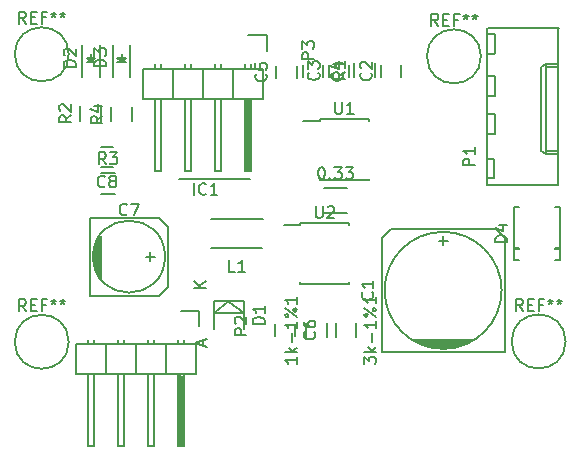
<source format=gbr>
G04 #@! TF.FileFunction,Legend,Top*
%FSLAX46Y46*%
G04 Gerber Fmt 4.6, Leading zero omitted, Abs format (unit mm)*
G04 Created by KiCad (PCBNEW 4.0.2-stable) date 7/4/2016 11:44:18 PM*
%MOMM*%
G01*
G04 APERTURE LIST*
%ADD10C,0.100000*%
%ADD11C,0.150000*%
G04 APERTURE END LIST*
D10*
D11*
X167386000Y-73152000D02*
G75*
G03X167386000Y-73152000I-2286000J0D01*
G01*
X174553880Y-97289620D02*
G75*
G03X174553880Y-97289620I-2286000J0D01*
G01*
X132486400Y-97320100D02*
G75*
G03X132486400Y-97320100I-2286000J0D01*
G01*
X146268400Y-76749300D02*
X141818400Y-76749300D01*
X147793400Y-83499300D02*
X141818400Y-83499300D01*
X149251000Y-71356700D02*
X147701000Y-71356700D01*
X149251000Y-72656700D02*
X149251000Y-71356700D01*
X147828000Y-76847700D02*
X147828000Y-82689700D01*
X147828000Y-82689700D02*
X147574000Y-82689700D01*
X147574000Y-82689700D02*
X147574000Y-76847700D01*
X147574000Y-76847700D02*
X147701000Y-76847700D01*
X147701000Y-76847700D02*
X147701000Y-82689700D01*
X147955000Y-74180700D02*
X147955000Y-73799700D01*
X147447000Y-74180700D02*
X147447000Y-73799700D01*
X145415000Y-74180700D02*
X145415000Y-73799700D01*
X144907000Y-74180700D02*
X144907000Y-73799700D01*
X142875000Y-74180700D02*
X142875000Y-73799700D01*
X142367000Y-74180700D02*
X142367000Y-73799700D01*
X139827000Y-74180700D02*
X139827000Y-73799700D01*
X140335000Y-74180700D02*
X140335000Y-73799700D01*
X148971000Y-74180700D02*
X148971000Y-76720700D01*
X146431000Y-74180700D02*
X146431000Y-76720700D01*
X146431000Y-74180700D02*
X143891000Y-74180700D01*
X143891000Y-74180700D02*
X143891000Y-76720700D01*
X145415000Y-76720700D02*
X145415000Y-82816700D01*
X145415000Y-82816700D02*
X144907000Y-82816700D01*
X144907000Y-82816700D02*
X144907000Y-76720700D01*
X143891000Y-76720700D02*
X146431000Y-76720700D01*
X146431000Y-76720700D02*
X148971000Y-76720700D01*
X147447000Y-82816700D02*
X147447000Y-76720700D01*
X147955000Y-82816700D02*
X147447000Y-82816700D01*
X147955000Y-76720700D02*
X147955000Y-82816700D01*
X146431000Y-74180700D02*
X146431000Y-76720700D01*
X148971000Y-74180700D02*
X146431000Y-74180700D01*
X141351000Y-74180700D02*
X141351000Y-76720700D01*
X141351000Y-74180700D02*
X138811000Y-74180700D01*
X138811000Y-74180700D02*
X138811000Y-76720700D01*
X140335000Y-76720700D02*
X140335000Y-82816700D01*
X140335000Y-82816700D02*
X139827000Y-82816700D01*
X139827000Y-82816700D02*
X139827000Y-76720700D01*
X138811000Y-76720700D02*
X141351000Y-76720700D01*
X141351000Y-76720700D02*
X143891000Y-76720700D01*
X142367000Y-82816700D02*
X142367000Y-76720700D01*
X142875000Y-82816700D02*
X142367000Y-82816700D01*
X142875000Y-76720700D02*
X142875000Y-82816700D01*
X141351000Y-74180700D02*
X141351000Y-76720700D01*
X143891000Y-74180700D02*
X141351000Y-74180700D01*
X143891000Y-74180700D02*
X143891000Y-76720700D01*
X154316400Y-95754900D02*
X154316400Y-96954900D01*
X152566400Y-96954900D02*
X152566400Y-95754900D01*
X155081000Y-96929500D02*
X155081000Y-95729500D01*
X156831000Y-95729500D02*
X156831000Y-96929500D01*
X165201600Y-97790000D02*
X163169600Y-97790000D01*
X162788600Y-97663000D02*
X165709600Y-97663000D01*
X165963600Y-97536000D02*
X162407600Y-97536000D01*
X162026600Y-97409000D02*
X166344600Y-97409000D01*
X166598600Y-97282000D02*
X161772600Y-97282000D01*
X161645600Y-97155000D02*
X166725600Y-97155000D01*
X158978600Y-98171000D02*
X169392600Y-98171000D01*
X169392600Y-98171000D02*
X169392600Y-88519000D01*
X169392600Y-88519000D02*
X168630600Y-87757000D01*
X168630600Y-87757000D02*
X159740600Y-87757000D01*
X159740600Y-87757000D02*
X158978600Y-88519000D01*
X158978600Y-88519000D02*
X158978600Y-98171000D01*
X164185600Y-88392000D02*
X164185600Y-89154000D01*
X163804600Y-88773000D02*
X164566600Y-88773000D01*
X169138600Y-92964000D02*
G75*
G03X169138600Y-92964000I-4953000J0D01*
G01*
X158941400Y-73883900D02*
X158941400Y-74883900D01*
X160641400Y-74883900D02*
X160641400Y-73883900D01*
X154521800Y-73863900D02*
X154521800Y-74863900D01*
X156221800Y-74863900D02*
X156221800Y-73863900D01*
X153986600Y-74914700D02*
X153986600Y-73914700D01*
X152286600Y-73914700D02*
X152286600Y-74914700D01*
X150076800Y-73980100D02*
X150076800Y-74980100D01*
X151776800Y-74980100D02*
X151776800Y-73980100D01*
X151675200Y-96804100D02*
X151675200Y-95804100D01*
X149975200Y-95804100D02*
X149975200Y-96804100D01*
X134670800Y-89344500D02*
X134670800Y-90868500D01*
X134797800Y-91249500D02*
X134797800Y-88963500D01*
X134924800Y-88709500D02*
X134924800Y-91503500D01*
X135051800Y-91757500D02*
X135051800Y-88455500D01*
X135178800Y-88328500D02*
X135178800Y-91884500D01*
X134289800Y-86804500D02*
X134289800Y-93408500D01*
X134289800Y-93408500D02*
X140131800Y-93408500D01*
X140131800Y-93408500D02*
X140893800Y-92646500D01*
X140893800Y-92646500D02*
X140893800Y-87566500D01*
X140893800Y-87566500D02*
X140131800Y-86804500D01*
X140131800Y-86804500D02*
X134289800Y-86804500D01*
X139750800Y-90106500D02*
X138988800Y-90106500D01*
X139369800Y-89725500D02*
X139369800Y-90487500D01*
X140639800Y-90106500D02*
G75*
G03X140639800Y-90106500I-3048000J0D01*
G01*
X135212200Y-82549100D02*
X136212200Y-82549100D01*
X136212200Y-80849100D02*
X135212200Y-80849100D01*
X146075400Y-93908880D02*
X147325080Y-94858840D01*
X147325080Y-94858840D02*
X144825720Y-94858840D01*
X144825720Y-94858840D02*
X146075400Y-93860620D01*
X147325080Y-93860620D02*
X144825720Y-93860620D01*
X147325080Y-96159320D02*
X147325080Y-96258380D01*
X144825720Y-96159320D02*
X144825720Y-96258380D01*
X147325080Y-93860620D02*
X147325080Y-96210120D01*
X144825720Y-93860620D02*
X144825720Y-96108520D01*
X135116000Y-74891700D02*
X135116000Y-72191700D01*
X133616000Y-74891700D02*
X133616000Y-72191700D01*
X134516000Y-73391700D02*
X134266000Y-73391700D01*
X134266000Y-73391700D02*
X134416000Y-73541700D01*
X134016000Y-73641700D02*
X134716000Y-73641700D01*
X134366000Y-73291700D02*
X134366000Y-72941700D01*
X134366000Y-73641700D02*
X134016000Y-73291700D01*
X134016000Y-73291700D02*
X134716000Y-73291700D01*
X134716000Y-73291700D02*
X134366000Y-73641700D01*
X137706800Y-74866300D02*
X137706800Y-72166300D01*
X136206800Y-74866300D02*
X136206800Y-72166300D01*
X137106800Y-73366300D02*
X136856800Y-73366300D01*
X136856800Y-73366300D02*
X137006800Y-73516300D01*
X136606800Y-73616300D02*
X137306800Y-73616300D01*
X136956800Y-73266300D02*
X136956800Y-72916300D01*
X136956800Y-73616300D02*
X136606800Y-73266300D01*
X136606800Y-73266300D02*
X137306800Y-73266300D01*
X137306800Y-73266300D02*
X136956800Y-73616300D01*
X170185800Y-90388000D02*
X170585800Y-90388000D01*
X174085800Y-90388000D02*
X173685800Y-90388000D01*
X174085800Y-85888000D02*
X173685800Y-85888000D01*
X170185800Y-85888000D02*
X170585800Y-85888000D01*
X174085800Y-89488000D02*
X173685800Y-89488000D01*
X173685800Y-89488000D02*
X173685800Y-89338000D01*
X173685800Y-89338000D02*
X174085800Y-89338000D01*
X170185800Y-89488000D02*
X170585800Y-89488000D01*
X170585800Y-89488000D02*
X170585800Y-89338000D01*
X170585800Y-89338000D02*
X170185800Y-89338000D01*
X170185800Y-90388000D02*
X170185800Y-85888000D01*
X174085800Y-85888000D02*
X174085800Y-90388000D01*
X144536160Y-86951820D02*
X148935440Y-86951820D01*
X144536160Y-89349580D02*
X148836380Y-89349580D01*
X143536000Y-94699300D02*
X141986000Y-94699300D01*
X143536000Y-95999300D02*
X143536000Y-94699300D01*
X142113000Y-100190300D02*
X142113000Y-106032300D01*
X142113000Y-106032300D02*
X141859000Y-106032300D01*
X141859000Y-106032300D02*
X141859000Y-100190300D01*
X141859000Y-100190300D02*
X141986000Y-100190300D01*
X141986000Y-100190300D02*
X141986000Y-106032300D01*
X142240000Y-97523300D02*
X142240000Y-97142300D01*
X141732000Y-97523300D02*
X141732000Y-97142300D01*
X139700000Y-97523300D02*
X139700000Y-97142300D01*
X139192000Y-97523300D02*
X139192000Y-97142300D01*
X137160000Y-97523300D02*
X137160000Y-97142300D01*
X136652000Y-97523300D02*
X136652000Y-97142300D01*
X134112000Y-97523300D02*
X134112000Y-97142300D01*
X134620000Y-97523300D02*
X134620000Y-97142300D01*
X143256000Y-97523300D02*
X143256000Y-100063300D01*
X140716000Y-97523300D02*
X140716000Y-100063300D01*
X140716000Y-97523300D02*
X138176000Y-97523300D01*
X138176000Y-97523300D02*
X138176000Y-100063300D01*
X139700000Y-100063300D02*
X139700000Y-106159300D01*
X139700000Y-106159300D02*
X139192000Y-106159300D01*
X139192000Y-106159300D02*
X139192000Y-100063300D01*
X138176000Y-100063300D02*
X140716000Y-100063300D01*
X140716000Y-100063300D02*
X143256000Y-100063300D01*
X141732000Y-106159300D02*
X141732000Y-100063300D01*
X142240000Y-106159300D02*
X141732000Y-106159300D01*
X142240000Y-100063300D02*
X142240000Y-106159300D01*
X140716000Y-97523300D02*
X140716000Y-100063300D01*
X143256000Y-97523300D02*
X140716000Y-97523300D01*
X135636000Y-97523300D02*
X135636000Y-100063300D01*
X135636000Y-97523300D02*
X133096000Y-97523300D01*
X133096000Y-97523300D02*
X133096000Y-100063300D01*
X134620000Y-100063300D02*
X134620000Y-106159300D01*
X134620000Y-106159300D02*
X134112000Y-106159300D01*
X134112000Y-106159300D02*
X134112000Y-100063300D01*
X133096000Y-100063300D02*
X135636000Y-100063300D01*
X135636000Y-100063300D02*
X138176000Y-100063300D01*
X136652000Y-106159300D02*
X136652000Y-100063300D01*
X137160000Y-106159300D02*
X136652000Y-106159300D01*
X137160000Y-100063300D02*
X137160000Y-106159300D01*
X135636000Y-97523300D02*
X135636000Y-100063300D01*
X138176000Y-97523300D02*
X135636000Y-97523300D01*
X138176000Y-97523300D02*
X138176000Y-100063300D01*
X158405800Y-73711500D02*
X158405800Y-74911500D01*
X156655800Y-74911500D02*
X156655800Y-73711500D01*
X135215600Y-77390700D02*
X135215600Y-78590700D01*
X133465600Y-78590700D02*
X133465600Y-77390700D01*
X136401100Y-84809300D02*
X135201100Y-84809300D01*
X135201100Y-83059300D02*
X136401100Y-83059300D01*
X137857200Y-77441500D02*
X137857200Y-78641500D01*
X136107200Y-78641500D02*
X136107200Y-77441500D01*
X153728600Y-78489100D02*
X153728600Y-78634100D01*
X157878600Y-78489100D02*
X157878600Y-78634100D01*
X157878600Y-83639100D02*
X157878600Y-83494100D01*
X153728600Y-83639100D02*
X153728600Y-83494100D01*
X153728600Y-78489100D02*
X157878600Y-78489100D01*
X153728600Y-83639100D02*
X157878600Y-83639100D01*
X153728600Y-78634100D02*
X152328600Y-78634100D01*
X152103000Y-87290200D02*
X152103000Y-87435200D01*
X156253000Y-87290200D02*
X156253000Y-87435200D01*
X156253000Y-92440200D02*
X156253000Y-92295200D01*
X152103000Y-92440200D02*
X152103000Y-92295200D01*
X152103000Y-87290200D02*
X156253000Y-87290200D01*
X152103000Y-92440200D02*
X156253000Y-92440200D01*
X152103000Y-87435200D02*
X150703000Y-87435200D01*
X132486400Y-72976740D02*
G75*
G03X132486400Y-72976740I-2286000J0D01*
G01*
X156067000Y-86444400D02*
X154067000Y-86444400D01*
X154067000Y-84294400D02*
X156067000Y-84294400D01*
X167912000Y-84006000D02*
X173912000Y-84006000D01*
X173912000Y-84006000D02*
X173912000Y-70747716D01*
X173985600Y-70748800D02*
X167985600Y-70748800D01*
X167912000Y-70748217D02*
X167912000Y-84006000D01*
X173912000Y-81416800D02*
X172912000Y-81416800D01*
X172912000Y-81416800D02*
X172912000Y-73796800D01*
X172912000Y-73796800D02*
X173912000Y-73796800D01*
X172912000Y-81416800D02*
X172482000Y-81166800D01*
X172482000Y-81166800D02*
X172482000Y-74046800D01*
X172482000Y-74046800D02*
X172912000Y-73796800D01*
X173912000Y-81166800D02*
X172912000Y-81166800D01*
X173912000Y-74046800D02*
X172912000Y-74046800D01*
X167912000Y-83436000D02*
X168532000Y-83436000D01*
X168532000Y-83436000D02*
X168532000Y-81836000D01*
X168532000Y-81836000D02*
X167912000Y-81836000D01*
X167975200Y-79689600D02*
X168595200Y-79689600D01*
X168595200Y-79638800D02*
X168595200Y-78038800D01*
X168544400Y-78013200D02*
X167924400Y-78013200D01*
X167924400Y-76540000D02*
X168544400Y-76540000D01*
X168544400Y-76514400D02*
X168544400Y-74914400D01*
X168544400Y-74812800D02*
X167924400Y-74812800D01*
X167912000Y-72933200D02*
X168532000Y-72933200D01*
X168595200Y-72907600D02*
X168595200Y-71307600D01*
X168605600Y-71256800D02*
X167985600Y-71256800D01*
X163766667Y-70556381D02*
X163433333Y-70080190D01*
X163195238Y-70556381D02*
X163195238Y-69556381D01*
X163576191Y-69556381D01*
X163671429Y-69604000D01*
X163719048Y-69651619D01*
X163766667Y-69746857D01*
X163766667Y-69889714D01*
X163719048Y-69984952D01*
X163671429Y-70032571D01*
X163576191Y-70080190D01*
X163195238Y-70080190D01*
X164195238Y-70032571D02*
X164528572Y-70032571D01*
X164671429Y-70556381D02*
X164195238Y-70556381D01*
X164195238Y-69556381D01*
X164671429Y-69556381D01*
X165433334Y-70032571D02*
X165100000Y-70032571D01*
X165100000Y-70556381D02*
X165100000Y-69556381D01*
X165576191Y-69556381D01*
X166100000Y-69556381D02*
X166100000Y-69794476D01*
X165861905Y-69699238D02*
X166100000Y-69794476D01*
X166338096Y-69699238D01*
X165957143Y-69984952D02*
X166100000Y-69794476D01*
X166242858Y-69984952D01*
X166861905Y-69556381D02*
X166861905Y-69794476D01*
X166623810Y-69699238D02*
X166861905Y-69794476D01*
X167100001Y-69699238D01*
X166719048Y-69984952D02*
X166861905Y-69794476D01*
X167004763Y-69984952D01*
X170934547Y-94694001D02*
X170601213Y-94217810D01*
X170363118Y-94694001D02*
X170363118Y-93694001D01*
X170744071Y-93694001D01*
X170839309Y-93741620D01*
X170886928Y-93789239D01*
X170934547Y-93884477D01*
X170934547Y-94027334D01*
X170886928Y-94122572D01*
X170839309Y-94170191D01*
X170744071Y-94217810D01*
X170363118Y-94217810D01*
X171363118Y-94170191D02*
X171696452Y-94170191D01*
X171839309Y-94694001D02*
X171363118Y-94694001D01*
X171363118Y-93694001D01*
X171839309Y-93694001D01*
X172601214Y-94170191D02*
X172267880Y-94170191D01*
X172267880Y-94694001D02*
X172267880Y-93694001D01*
X172744071Y-93694001D01*
X173267880Y-93694001D02*
X173267880Y-93932096D01*
X173029785Y-93836858D02*
X173267880Y-93932096D01*
X173505976Y-93836858D01*
X173125023Y-94122572D02*
X173267880Y-93932096D01*
X173410738Y-94122572D01*
X174029785Y-93694001D02*
X174029785Y-93932096D01*
X173791690Y-93836858D02*
X174029785Y-93932096D01*
X174267881Y-93836858D01*
X173886928Y-94122572D02*
X174029785Y-93932096D01*
X174172643Y-94122572D01*
X128867067Y-94724481D02*
X128533733Y-94248290D01*
X128295638Y-94724481D02*
X128295638Y-93724481D01*
X128676591Y-93724481D01*
X128771829Y-93772100D01*
X128819448Y-93819719D01*
X128867067Y-93914957D01*
X128867067Y-94057814D01*
X128819448Y-94153052D01*
X128771829Y-94200671D01*
X128676591Y-94248290D01*
X128295638Y-94248290D01*
X129295638Y-94200671D02*
X129628972Y-94200671D01*
X129771829Y-94724481D02*
X129295638Y-94724481D01*
X129295638Y-93724481D01*
X129771829Y-93724481D01*
X130533734Y-94200671D02*
X130200400Y-94200671D01*
X130200400Y-94724481D02*
X130200400Y-93724481D01*
X130676591Y-93724481D01*
X131200400Y-93724481D02*
X131200400Y-93962576D01*
X130962305Y-93867338D02*
X131200400Y-93962576D01*
X131438496Y-93867338D01*
X131057543Y-94153052D02*
X131200400Y-93962576D01*
X131343258Y-94153052D01*
X131962305Y-93724481D02*
X131962305Y-93962576D01*
X131724210Y-93867338D02*
X131962305Y-93962576D01*
X132200401Y-93867338D01*
X131819448Y-94153052D02*
X131962305Y-93962576D01*
X132105163Y-94153052D01*
X143067210Y-84876681D02*
X143067210Y-83876681D01*
X144114829Y-84781443D02*
X144067210Y-84829062D01*
X143924353Y-84876681D01*
X143829115Y-84876681D01*
X143686257Y-84829062D01*
X143591019Y-84733824D01*
X143543400Y-84638586D01*
X143495781Y-84448110D01*
X143495781Y-84305252D01*
X143543400Y-84114776D01*
X143591019Y-84019538D01*
X143686257Y-83924300D01*
X143829115Y-83876681D01*
X143924353Y-83876681D01*
X144067210Y-83924300D01*
X144114829Y-83971919D01*
X145067210Y-84876681D02*
X144495781Y-84876681D01*
X144781495Y-84876681D02*
X144781495Y-83876681D01*
X144686257Y-84019538D01*
X144591019Y-84114776D01*
X144495781Y-84162395D01*
X153253381Y-73394795D02*
X152253381Y-73394795D01*
X152253381Y-73013842D01*
X152301000Y-72918604D01*
X152348619Y-72870985D01*
X152443857Y-72823366D01*
X152586714Y-72823366D01*
X152681952Y-72870985D01*
X152729571Y-72918604D01*
X152777190Y-73013842D01*
X152777190Y-73394795D01*
X152253381Y-72490033D02*
X152253381Y-71870985D01*
X152634333Y-72204319D01*
X152634333Y-72061461D01*
X152681952Y-71966223D01*
X152729571Y-71918604D01*
X152824810Y-71870985D01*
X153062905Y-71870985D01*
X153158143Y-71918604D01*
X153205762Y-71966223D01*
X153253381Y-72061461D01*
X153253381Y-72347176D01*
X153205762Y-72442414D01*
X153158143Y-72490033D01*
X151793781Y-98616804D02*
X151793781Y-99188233D01*
X151793781Y-98902519D02*
X150793781Y-98902519D01*
X150936638Y-98997757D01*
X151031876Y-99092995D01*
X151079495Y-99188233D01*
X151793781Y-98188233D02*
X150793781Y-98188233D01*
X151412829Y-98092995D02*
X151793781Y-97807280D01*
X151127114Y-97807280D02*
X151508067Y-98188233D01*
X151412829Y-97378709D02*
X151412829Y-96616804D01*
X151793781Y-95616804D02*
X151793781Y-96188233D01*
X151793781Y-95902519D02*
X150793781Y-95902519D01*
X150936638Y-95997757D01*
X151031876Y-96092995D01*
X151079495Y-96188233D01*
X151793781Y-95235852D02*
X150793781Y-94473947D01*
X150793781Y-95092995D02*
X150841400Y-94997757D01*
X150936638Y-94950138D01*
X151031876Y-94997757D01*
X151079495Y-95092995D01*
X151031876Y-95188233D01*
X150936638Y-95235852D01*
X150841400Y-95188233D01*
X150793781Y-95092995D01*
X151746162Y-94521566D02*
X151650924Y-94473947D01*
X151555686Y-94521566D01*
X151508067Y-94616804D01*
X151555686Y-94712042D01*
X151650924Y-94759661D01*
X151746162Y-94712042D01*
X151793781Y-94616804D01*
X151746162Y-94521566D01*
X151793781Y-93521566D02*
X151793781Y-94092995D01*
X151793781Y-93807281D02*
X150793781Y-93807281D01*
X150936638Y-93902519D01*
X151031876Y-93997757D01*
X151079495Y-94092995D01*
X157508381Y-99210452D02*
X157508381Y-98591404D01*
X157889333Y-98924738D01*
X157889333Y-98781880D01*
X157936952Y-98686642D01*
X157984571Y-98639023D01*
X158079810Y-98591404D01*
X158317905Y-98591404D01*
X158413143Y-98639023D01*
X158460762Y-98686642D01*
X158508381Y-98781880D01*
X158508381Y-99067595D01*
X158460762Y-99162833D01*
X158413143Y-99210452D01*
X158508381Y-98162833D02*
X157508381Y-98162833D01*
X158127429Y-98067595D02*
X158508381Y-97781880D01*
X157841714Y-97781880D02*
X158222667Y-98162833D01*
X158127429Y-97353309D02*
X158127429Y-96591404D01*
X158508381Y-95591404D02*
X158508381Y-96162833D01*
X158508381Y-95877119D02*
X157508381Y-95877119D01*
X157651238Y-95972357D01*
X157746476Y-96067595D01*
X157794095Y-96162833D01*
X158508381Y-95210452D02*
X157508381Y-94448547D01*
X157508381Y-95067595D02*
X157556000Y-94972357D01*
X157651238Y-94924738D01*
X157746476Y-94972357D01*
X157794095Y-95067595D01*
X157746476Y-95162833D01*
X157651238Y-95210452D01*
X157556000Y-95162833D01*
X157508381Y-95067595D01*
X158460762Y-94496166D02*
X158365524Y-94448547D01*
X158270286Y-94496166D01*
X158222667Y-94591404D01*
X158270286Y-94686642D01*
X158365524Y-94734261D01*
X158460762Y-94686642D01*
X158508381Y-94591404D01*
X158460762Y-94496166D01*
X158508381Y-93496166D02*
X158508381Y-94067595D01*
X158508381Y-93781881D02*
X157508381Y-93781881D01*
X157651238Y-93877119D01*
X157746476Y-93972357D01*
X157794095Y-94067595D01*
X158192743Y-93130666D02*
X158240362Y-93178285D01*
X158287981Y-93321142D01*
X158287981Y-93416380D01*
X158240362Y-93559238D01*
X158145124Y-93654476D01*
X158049886Y-93702095D01*
X157859410Y-93749714D01*
X157716552Y-93749714D01*
X157526076Y-93702095D01*
X157430838Y-93654476D01*
X157335600Y-93559238D01*
X157287981Y-93416380D01*
X157287981Y-93321142D01*
X157335600Y-93178285D01*
X157383219Y-93130666D01*
X158287981Y-92178285D02*
X158287981Y-92749714D01*
X158287981Y-92464000D02*
X157287981Y-92464000D01*
X157430838Y-92559238D01*
X157526076Y-92654476D01*
X157573695Y-92749714D01*
X158048543Y-74550566D02*
X158096162Y-74598185D01*
X158143781Y-74741042D01*
X158143781Y-74836280D01*
X158096162Y-74979138D01*
X158000924Y-75074376D01*
X157905686Y-75121995D01*
X157715210Y-75169614D01*
X157572352Y-75169614D01*
X157381876Y-75121995D01*
X157286638Y-75074376D01*
X157191400Y-74979138D01*
X157143781Y-74836280D01*
X157143781Y-74741042D01*
X157191400Y-74598185D01*
X157239019Y-74550566D01*
X157239019Y-74169614D02*
X157191400Y-74121995D01*
X157143781Y-74026757D01*
X157143781Y-73788661D01*
X157191400Y-73693423D01*
X157239019Y-73645804D01*
X157334257Y-73598185D01*
X157429495Y-73598185D01*
X157572352Y-73645804D01*
X158143781Y-74217233D01*
X158143781Y-73598185D01*
X153628943Y-74530566D02*
X153676562Y-74578185D01*
X153724181Y-74721042D01*
X153724181Y-74816280D01*
X153676562Y-74959138D01*
X153581324Y-75054376D01*
X153486086Y-75101995D01*
X153295610Y-75149614D01*
X153152752Y-75149614D01*
X152962276Y-75101995D01*
X152867038Y-75054376D01*
X152771800Y-74959138D01*
X152724181Y-74816280D01*
X152724181Y-74721042D01*
X152771800Y-74578185D01*
X152819419Y-74530566D01*
X152724181Y-74197233D02*
X152724181Y-73578185D01*
X153105133Y-73911519D01*
X153105133Y-73768661D01*
X153152752Y-73673423D01*
X153200371Y-73625804D01*
X153295610Y-73578185D01*
X153533705Y-73578185D01*
X153628943Y-73625804D01*
X153676562Y-73673423D01*
X153724181Y-73768661D01*
X153724181Y-74054376D01*
X153676562Y-74149614D01*
X153628943Y-74197233D01*
X155593743Y-74581366D02*
X155641362Y-74628985D01*
X155688981Y-74771842D01*
X155688981Y-74867080D01*
X155641362Y-75009938D01*
X155546124Y-75105176D01*
X155450886Y-75152795D01*
X155260410Y-75200414D01*
X155117552Y-75200414D01*
X154927076Y-75152795D01*
X154831838Y-75105176D01*
X154736600Y-75009938D01*
X154688981Y-74867080D01*
X154688981Y-74771842D01*
X154736600Y-74628985D01*
X154784219Y-74581366D01*
X155022314Y-73724223D02*
X155688981Y-73724223D01*
X154641362Y-73962319D02*
X155355648Y-74200414D01*
X155355648Y-73581366D01*
X149183943Y-74646766D02*
X149231562Y-74694385D01*
X149279181Y-74837242D01*
X149279181Y-74932480D01*
X149231562Y-75075338D01*
X149136324Y-75170576D01*
X149041086Y-75218195D01*
X148850610Y-75265814D01*
X148707752Y-75265814D01*
X148517276Y-75218195D01*
X148422038Y-75170576D01*
X148326800Y-75075338D01*
X148279181Y-74932480D01*
X148279181Y-74837242D01*
X148326800Y-74694385D01*
X148374419Y-74646766D01*
X148279181Y-73742004D02*
X148279181Y-74218195D01*
X148755371Y-74265814D01*
X148707752Y-74218195D01*
X148660133Y-74122957D01*
X148660133Y-73884861D01*
X148707752Y-73789623D01*
X148755371Y-73742004D01*
X148850610Y-73694385D01*
X149088705Y-73694385D01*
X149183943Y-73742004D01*
X149231562Y-73789623D01*
X149279181Y-73884861D01*
X149279181Y-74122957D01*
X149231562Y-74218195D01*
X149183943Y-74265814D01*
X153282343Y-96470766D02*
X153329962Y-96518385D01*
X153377581Y-96661242D01*
X153377581Y-96756480D01*
X153329962Y-96899338D01*
X153234724Y-96994576D01*
X153139486Y-97042195D01*
X152949010Y-97089814D01*
X152806152Y-97089814D01*
X152615676Y-97042195D01*
X152520438Y-96994576D01*
X152425200Y-96899338D01*
X152377581Y-96756480D01*
X152377581Y-96661242D01*
X152425200Y-96518385D01*
X152472819Y-96470766D01*
X152377581Y-95613623D02*
X152377581Y-95804100D01*
X152425200Y-95899338D01*
X152472819Y-95946957D01*
X152615676Y-96042195D01*
X152806152Y-96089814D01*
X153187105Y-96089814D01*
X153282343Y-96042195D01*
X153329962Y-95994576D01*
X153377581Y-95899338D01*
X153377581Y-95708861D01*
X153329962Y-95613623D01*
X153282343Y-95566004D01*
X153187105Y-95518385D01*
X152949010Y-95518385D01*
X152853771Y-95566004D01*
X152806152Y-95613623D01*
X152758533Y-95708861D01*
X152758533Y-95899338D01*
X152806152Y-95994576D01*
X152853771Y-96042195D01*
X152949010Y-96089814D01*
X137425134Y-86526643D02*
X137377515Y-86574262D01*
X137234658Y-86621881D01*
X137139420Y-86621881D01*
X136996562Y-86574262D01*
X136901324Y-86479024D01*
X136853705Y-86383786D01*
X136806086Y-86193310D01*
X136806086Y-86050452D01*
X136853705Y-85859976D01*
X136901324Y-85764738D01*
X136996562Y-85669500D01*
X137139420Y-85621881D01*
X137234658Y-85621881D01*
X137377515Y-85669500D01*
X137425134Y-85717119D01*
X137758467Y-85621881D02*
X138425134Y-85621881D01*
X137996562Y-86621881D01*
X135545534Y-84156243D02*
X135497915Y-84203862D01*
X135355058Y-84251481D01*
X135259820Y-84251481D01*
X135116962Y-84203862D01*
X135021724Y-84108624D01*
X134974105Y-84013386D01*
X134926486Y-83822910D01*
X134926486Y-83680052D01*
X134974105Y-83489576D01*
X135021724Y-83394338D01*
X135116962Y-83299100D01*
X135259820Y-83251481D01*
X135355058Y-83251481D01*
X135497915Y-83299100D01*
X135545534Y-83346719D01*
X136116962Y-83680052D02*
X136021724Y-83632433D01*
X135974105Y-83584814D01*
X135926486Y-83489576D01*
X135926486Y-83441957D01*
X135974105Y-83346719D01*
X136021724Y-83299100D01*
X136116962Y-83251481D01*
X136307439Y-83251481D01*
X136402677Y-83299100D01*
X136450296Y-83346719D01*
X136497915Y-83441957D01*
X136497915Y-83489576D01*
X136450296Y-83584814D01*
X136402677Y-83632433D01*
X136307439Y-83680052D01*
X136116962Y-83680052D01*
X136021724Y-83727671D01*
X135974105Y-83775290D01*
X135926486Y-83870529D01*
X135926486Y-84061005D01*
X135974105Y-84156243D01*
X136021724Y-84203862D01*
X136116962Y-84251481D01*
X136307439Y-84251481D01*
X136402677Y-84203862D01*
X136450296Y-84156243D01*
X136497915Y-84061005D01*
X136497915Y-83870529D01*
X136450296Y-83775290D01*
X136402677Y-83727671D01*
X136307439Y-83680052D01*
X149067781Y-95797595D02*
X148067781Y-95797595D01*
X148067781Y-95559500D01*
X148115400Y-95416642D01*
X148210638Y-95321404D01*
X148305876Y-95273785D01*
X148496352Y-95226166D01*
X148639210Y-95226166D01*
X148829686Y-95273785D01*
X148924924Y-95321404D01*
X149020162Y-95416642D01*
X149067781Y-95559500D01*
X149067781Y-95797595D01*
X149067781Y-94273785D02*
X149067781Y-94845214D01*
X149067781Y-94559500D02*
X148067781Y-94559500D01*
X148210638Y-94654738D01*
X148305876Y-94749976D01*
X148353495Y-94845214D01*
X144127781Y-92771405D02*
X143127781Y-92771405D01*
X144127781Y-92199976D02*
X143556352Y-92628548D01*
X143127781Y-92199976D02*
X143699210Y-92771405D01*
X143892067Y-97647595D02*
X143892067Y-97171404D01*
X144177781Y-97742833D02*
X143177781Y-97409500D01*
X144177781Y-97076166D01*
X133068381Y-74029795D02*
X132068381Y-74029795D01*
X132068381Y-73791700D01*
X132116000Y-73648842D01*
X132211238Y-73553604D01*
X132306476Y-73505985D01*
X132496952Y-73458366D01*
X132639810Y-73458366D01*
X132830286Y-73505985D01*
X132925524Y-73553604D01*
X133020762Y-73648842D01*
X133068381Y-73791700D01*
X133068381Y-74029795D01*
X132163619Y-73077414D02*
X132116000Y-73029795D01*
X132068381Y-72934557D01*
X132068381Y-72696461D01*
X132116000Y-72601223D01*
X132163619Y-72553604D01*
X132258857Y-72505985D01*
X132354095Y-72505985D01*
X132496952Y-72553604D01*
X133068381Y-73125033D01*
X133068381Y-72505985D01*
X135659181Y-74004395D02*
X134659181Y-74004395D01*
X134659181Y-73766300D01*
X134706800Y-73623442D01*
X134802038Y-73528204D01*
X134897276Y-73480585D01*
X135087752Y-73432966D01*
X135230610Y-73432966D01*
X135421086Y-73480585D01*
X135516324Y-73528204D01*
X135611562Y-73623442D01*
X135659181Y-73766300D01*
X135659181Y-74004395D01*
X134659181Y-73099633D02*
X134659181Y-72480585D01*
X135040133Y-72813919D01*
X135040133Y-72671061D01*
X135087752Y-72575823D01*
X135135371Y-72528204D01*
X135230610Y-72480585D01*
X135468705Y-72480585D01*
X135563943Y-72528204D01*
X135611562Y-72575823D01*
X135659181Y-72671061D01*
X135659181Y-72956776D01*
X135611562Y-73052014D01*
X135563943Y-73099633D01*
X169588181Y-88876095D02*
X168588181Y-88876095D01*
X168588181Y-88638000D01*
X168635800Y-88495142D01*
X168731038Y-88399904D01*
X168826276Y-88352285D01*
X169016752Y-88304666D01*
X169159610Y-88304666D01*
X169350086Y-88352285D01*
X169445324Y-88399904D01*
X169540562Y-88495142D01*
X169588181Y-88638000D01*
X169588181Y-88876095D01*
X168921514Y-87447523D02*
X169588181Y-87447523D01*
X168540562Y-87685619D02*
X169254848Y-87923714D01*
X169254848Y-87304666D01*
X146569134Y-91402161D02*
X146092943Y-91402161D01*
X146092943Y-90402161D01*
X147426277Y-91402161D02*
X146854848Y-91402161D01*
X147140562Y-91402161D02*
X147140562Y-90402161D01*
X147045324Y-90545018D01*
X146950086Y-90640256D01*
X146854848Y-90687875D01*
X147538381Y-96737395D02*
X146538381Y-96737395D01*
X146538381Y-96356442D01*
X146586000Y-96261204D01*
X146633619Y-96213585D01*
X146728857Y-96165966D01*
X146871714Y-96165966D01*
X146966952Y-96213585D01*
X147014571Y-96261204D01*
X147062190Y-96356442D01*
X147062190Y-96737395D01*
X146633619Y-95785014D02*
X146586000Y-95737395D01*
X146538381Y-95642157D01*
X146538381Y-95404061D01*
X146586000Y-95308823D01*
X146633619Y-95261204D01*
X146728857Y-95213585D01*
X146824095Y-95213585D01*
X146966952Y-95261204D01*
X147538381Y-95832633D01*
X147538381Y-95213585D01*
X155883181Y-74478166D02*
X155406990Y-74811500D01*
X155883181Y-75049595D02*
X154883181Y-75049595D01*
X154883181Y-74668642D01*
X154930800Y-74573404D01*
X154978419Y-74525785D01*
X155073657Y-74478166D01*
X155216514Y-74478166D01*
X155311752Y-74525785D01*
X155359371Y-74573404D01*
X155406990Y-74668642D01*
X155406990Y-75049595D01*
X155883181Y-73525785D02*
X155883181Y-74097214D01*
X155883181Y-73811500D02*
X154883181Y-73811500D01*
X155026038Y-73906738D01*
X155121276Y-74001976D01*
X155168895Y-74097214D01*
X132692981Y-78157366D02*
X132216790Y-78490700D01*
X132692981Y-78728795D02*
X131692981Y-78728795D01*
X131692981Y-78347842D01*
X131740600Y-78252604D01*
X131788219Y-78204985D01*
X131883457Y-78157366D01*
X132026314Y-78157366D01*
X132121552Y-78204985D01*
X132169171Y-78252604D01*
X132216790Y-78347842D01*
X132216790Y-78728795D01*
X131788219Y-77776414D02*
X131740600Y-77728795D01*
X131692981Y-77633557D01*
X131692981Y-77395461D01*
X131740600Y-77300223D01*
X131788219Y-77252604D01*
X131883457Y-77204985D01*
X131978695Y-77204985D01*
X132121552Y-77252604D01*
X132692981Y-77824033D01*
X132692981Y-77204985D01*
X135634434Y-82286681D02*
X135301100Y-81810490D01*
X135063005Y-82286681D02*
X135063005Y-81286681D01*
X135443958Y-81286681D01*
X135539196Y-81334300D01*
X135586815Y-81381919D01*
X135634434Y-81477157D01*
X135634434Y-81620014D01*
X135586815Y-81715252D01*
X135539196Y-81762871D01*
X135443958Y-81810490D01*
X135063005Y-81810490D01*
X135967767Y-81286681D02*
X136586815Y-81286681D01*
X136253481Y-81667633D01*
X136396339Y-81667633D01*
X136491577Y-81715252D01*
X136539196Y-81762871D01*
X136586815Y-81858110D01*
X136586815Y-82096205D01*
X136539196Y-82191443D01*
X136491577Y-82239062D01*
X136396339Y-82286681D01*
X136110624Y-82286681D01*
X136015386Y-82239062D01*
X135967767Y-82191443D01*
X135334581Y-78208166D02*
X134858390Y-78541500D01*
X135334581Y-78779595D02*
X134334581Y-78779595D01*
X134334581Y-78398642D01*
X134382200Y-78303404D01*
X134429819Y-78255785D01*
X134525057Y-78208166D01*
X134667914Y-78208166D01*
X134763152Y-78255785D01*
X134810771Y-78303404D01*
X134858390Y-78398642D01*
X134858390Y-78779595D01*
X134667914Y-77351023D02*
X135334581Y-77351023D01*
X134286962Y-77589119D02*
X135001248Y-77827214D01*
X135001248Y-77208166D01*
X155041695Y-77016481D02*
X155041695Y-77826005D01*
X155089314Y-77921243D01*
X155136933Y-77968862D01*
X155232171Y-78016481D01*
X155422648Y-78016481D01*
X155517886Y-77968862D01*
X155565505Y-77921243D01*
X155613124Y-77826005D01*
X155613124Y-77016481D01*
X156613124Y-78016481D02*
X156041695Y-78016481D01*
X156327409Y-78016481D02*
X156327409Y-77016481D01*
X156232171Y-77159338D01*
X156136933Y-77254576D01*
X156041695Y-77302195D01*
X153416095Y-85817581D02*
X153416095Y-86627105D01*
X153463714Y-86722343D01*
X153511333Y-86769962D01*
X153606571Y-86817581D01*
X153797048Y-86817581D01*
X153892286Y-86769962D01*
X153939905Y-86722343D01*
X153987524Y-86627105D01*
X153987524Y-85817581D01*
X154416095Y-85912819D02*
X154463714Y-85865200D01*
X154558952Y-85817581D01*
X154797048Y-85817581D01*
X154892286Y-85865200D01*
X154939905Y-85912819D01*
X154987524Y-86008057D01*
X154987524Y-86103295D01*
X154939905Y-86246152D01*
X154368476Y-86817581D01*
X154987524Y-86817581D01*
X128867067Y-70381121D02*
X128533733Y-69904930D01*
X128295638Y-70381121D02*
X128295638Y-69381121D01*
X128676591Y-69381121D01*
X128771829Y-69428740D01*
X128819448Y-69476359D01*
X128867067Y-69571597D01*
X128867067Y-69714454D01*
X128819448Y-69809692D01*
X128771829Y-69857311D01*
X128676591Y-69904930D01*
X128295638Y-69904930D01*
X129295638Y-69857311D02*
X129628972Y-69857311D01*
X129771829Y-70381121D02*
X129295638Y-70381121D01*
X129295638Y-69381121D01*
X129771829Y-69381121D01*
X130533734Y-69857311D02*
X130200400Y-69857311D01*
X130200400Y-70381121D02*
X130200400Y-69381121D01*
X130676591Y-69381121D01*
X131200400Y-69381121D02*
X131200400Y-69619216D01*
X130962305Y-69523978D02*
X131200400Y-69619216D01*
X131438496Y-69523978D01*
X131057543Y-69809692D02*
X131200400Y-69619216D01*
X131343258Y-69809692D01*
X131962305Y-69381121D02*
X131962305Y-69619216D01*
X131724210Y-69523978D02*
X131962305Y-69619216D01*
X132200401Y-69523978D01*
X131819448Y-69809692D02*
X131962305Y-69619216D01*
X132105163Y-69809692D01*
X153828905Y-82521781D02*
X153924144Y-82521781D01*
X154019382Y-82569400D01*
X154067001Y-82617019D01*
X154114620Y-82712257D01*
X154162239Y-82902733D01*
X154162239Y-83140829D01*
X154114620Y-83331305D01*
X154067001Y-83426543D01*
X154019382Y-83474162D01*
X153924144Y-83521781D01*
X153828905Y-83521781D01*
X153733667Y-83474162D01*
X153686048Y-83426543D01*
X153638429Y-83331305D01*
X153590810Y-83140829D01*
X153590810Y-82902733D01*
X153638429Y-82712257D01*
X153686048Y-82617019D01*
X153733667Y-82569400D01*
X153828905Y-82521781D01*
X154590810Y-83426543D02*
X154638429Y-83474162D01*
X154590810Y-83521781D01*
X154543191Y-83474162D01*
X154590810Y-83426543D01*
X154590810Y-83521781D01*
X154971762Y-82521781D02*
X155590810Y-82521781D01*
X155257476Y-82902733D01*
X155400334Y-82902733D01*
X155495572Y-82950352D01*
X155543191Y-82997971D01*
X155590810Y-83093210D01*
X155590810Y-83331305D01*
X155543191Y-83426543D01*
X155495572Y-83474162D01*
X155400334Y-83521781D01*
X155114619Y-83521781D01*
X155019381Y-83474162D01*
X154971762Y-83426543D01*
X155924143Y-82521781D02*
X156543191Y-82521781D01*
X156209857Y-82902733D01*
X156352715Y-82902733D01*
X156447953Y-82950352D01*
X156495572Y-82997971D01*
X156543191Y-83093210D01*
X156543191Y-83331305D01*
X156495572Y-83426543D01*
X156447953Y-83474162D01*
X156352715Y-83521781D01*
X156067000Y-83521781D01*
X155971762Y-83474162D01*
X155924143Y-83426543D01*
X166884381Y-82374095D02*
X165884381Y-82374095D01*
X165884381Y-81993142D01*
X165932000Y-81897904D01*
X165979619Y-81850285D01*
X166074857Y-81802666D01*
X166217714Y-81802666D01*
X166312952Y-81850285D01*
X166360571Y-81897904D01*
X166408190Y-81993142D01*
X166408190Y-82374095D01*
X166884381Y-80850285D02*
X166884381Y-81421714D01*
X166884381Y-81136000D02*
X165884381Y-81136000D01*
X166027238Y-81231238D01*
X166122476Y-81326476D01*
X166170095Y-81421714D01*
M02*

</source>
